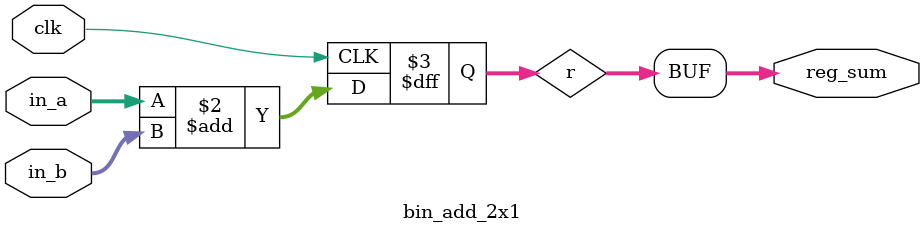
<source format=sv>

module bin_add_2x1 #(parameter OPA_WIDTH=18, parameter OPB_WIDTH=18, parameter OUT_WIDTH=19) 
						(input clk,
				       input [OPA_WIDTH-1:0] in_a,
						 input [OPB_WIDTH-1:0] in_b,
						 output [OUT_WIDTH-1:0] reg_sum);


logic [OUT_WIDTH-1:0] r;			// register the operand width

assign reg_sum = r;					// output reg_sum with entire register value


		
always @(posedge clk) begin

		
		r <= in_a + in_b;

		
end
		
		
endmodule

</source>
